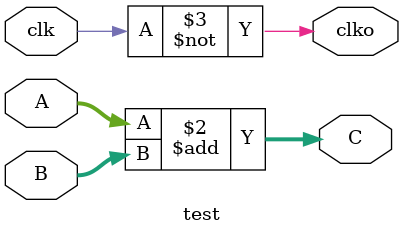
<source format=v>
module top();
   reg [15:0] A;
   reg [15:0] B;
   wire [15:0] C;
   reg clk;
   wire clko;

   test t( A, B, C, clk, clko );

   initial begin
      $dumpvars;
      //$vcdpluson;
   end
endmodule

module test(
            A,
            B,
            C,
            clk,
            clko);

   input [15:0] A;
   input [15:0] B;
   output [15:0] C;
   input         clk;
   output       clko;

   reg [15:0]    C;
   always @(A or B) begin
      C <= A + B;
   end

   assign clko = ~clk;

   // always @* begin
   //   $display($time, ": clko=%0d",clko);
   // end

endmodule

</source>
